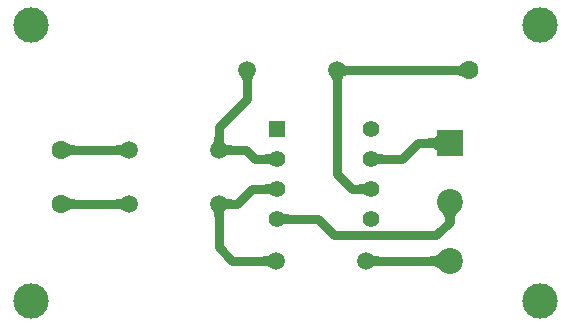
<source format=gbl>
%FSDAX24Y24*%
%MOIN*%
%SFA1B1*%

%IPPOS*%
%ADD10C,0.118110*%
%ADD11R,0.055120X0.055120*%
%ADD12C,0.055120*%
%ADD13C,0.059060*%
%ADD14R,0.086610X0.086610*%
%ADD15C,0.086610*%
%ADD16C,0.062990*%
%ADD17C,0.030000*%
%LNpcb_acople-1*%
%LPD*%
G36*
X011823Y009295D02*
X011837Y009286D01*
X011854Y009277*
X011872Y009270*
X011893Y009264*
X011917Y009259*
X011942Y009255*
X011969Y009252*
X012031Y009250*
Y008950*
X011999Y008949*
X011942Y008944*
X011917Y008940*
X011893Y008935*
X011872Y008929*
X011854Y008922*
X011837Y008913*
X011823Y008904*
X011810Y008893*
Y009306*
X011823Y009295*
G37*
G36*
X015775Y008879D02*
X015760Y008892D01*
X015743Y008904*
X015724Y008915*
X015703Y008924*
X015680Y008932*
X015655Y008938*
X015628Y008943*
X015598Y008947*
X015567Y008949*
X015534Y008950*
Y009250*
X015567Y009250*
X015628Y009256*
X015655Y009261*
X015680Y009267*
X015703Y009275*
X015724Y009284*
X015743Y009295*
X015760Y009307*
X015775Y009320*
Y008879*
G37*
G36*
X011795Y008876D02*
X011786Y008862D01*
X011777Y008845*
X011770Y008827*
X011764Y008806*
X011759Y008783*
X011755Y008757*
X011752Y008730*
X011750Y008668*
X011450*
X011449Y008700*
X011444Y008757*
X011440Y008783*
X011435Y008806*
X011429Y008827*
X011422Y008845*
X011413Y008862*
X011404Y008876*
X011393Y008889*
X011806*
X011795Y008876*
G37*
G36*
X008795D02*
X008786Y008862D01*
X008777Y008845*
X008770Y008827*
X008764Y008806*
X008759Y008783*
X008755Y008757*
X008752Y008730*
X008750Y008668*
X008450*
X008449Y008700*
X008444Y008757*
X008440Y008783*
X008435Y008806*
X008429Y008827*
X008422Y008845*
X008413Y008862*
X008404Y008876*
X008393Y008889*
X008806*
X008795Y008876*
G37*
G36*
X007800Y006849D02*
X007805Y006792D01*
X007809Y006767*
X007814Y006743*
X007820Y006722*
X007827Y006704*
X007836Y006687*
X007845Y006673*
X007856Y006660*
X007443*
X007454Y006673*
X007463Y006687*
X007472Y006704*
X007479Y006722*
X007485Y006743*
X007490Y006767*
X007494Y006792*
X007497Y006819*
X007500Y006881*
X007800*
X007800Y006849*
G37*
G36*
X014919Y006387D02*
X014916Y006415D01*
X014907Y006441*
X014892Y006463*
X014871Y006483*
X014844Y006499*
X014810Y006513*
X014771Y006523*
X014726Y006531*
X014675Y006535*
X014618Y006537*
Y006837*
X014675Y006838*
X014726Y006843*
X014771Y006850*
X014810Y006861*
X014844Y006874*
X014871Y006891*
X014892Y006910*
X014907Y006933*
X014916Y006958*
X014919Y006987*
Y006387*
G37*
G36*
X007873Y006645D02*
X007887Y006636D01*
X007904Y006627*
X007922Y006620*
X007943Y006614*
X007967Y006609*
X007992Y006605*
X008019Y006602*
X008081Y006600*
Y006300*
X008049Y006299*
X007992Y006294*
X007967Y006290*
X007943Y006285*
X007922Y006279*
X007904Y006272*
X007887Y006263*
X007873Y006254*
X007860Y006243*
Y006656*
X007873Y006645*
G37*
G36*
X004439Y006243D02*
X004426Y006254D01*
X004412Y006263*
X004395Y006272*
X004377Y006279*
X004356Y006285*
X004333Y006290*
X004307Y006294*
X004280Y006297*
X004218Y006300*
Y006600*
X004250Y006600*
X004307Y006605*
X004333Y006609*
X004356Y006614*
X004377Y006620*
X004395Y006627*
X004412Y006636*
X004426Y006645*
X004439Y006656*
Y006243*
G37*
G36*
X002639Y006657D02*
X002656Y006645D01*
X002675Y006634*
X002696Y006625*
X002719Y006617*
X002744Y006611*
X002772Y006606*
X002801Y006602*
X002832Y006600*
X002865Y006600*
Y006300*
X002832Y006299*
X002772Y006293*
X002744Y006288*
X002719Y006282*
X002696Y006274*
X002675Y006265*
X002656Y006254*
X002639Y006242*
X002624Y006229*
Y006670*
X002639Y006657*
G37*
G36*
X012919Y006334D02*
X012931Y006327D01*
X012945Y006321*
X012962Y006315*
X012980Y006310*
X013001Y006306*
X013025Y006303*
X013079Y006300*
X013109Y006300*
Y006000*
X013079Y005999*
X013001Y005993*
X012980Y005989*
X012962Y005984*
X012945Y005979*
X012931Y005972*
X012919Y005965*
X012909Y005957*
Y006342*
X012919Y006334*
G37*
G36*
X009390Y005957D02*
X009380Y005965D01*
X009368Y005972*
X009354Y005979*
X009338Y005984*
X009319Y005989*
X009298Y005993*
X009274Y005996*
X009220Y005999*
X009190Y006000*
Y006300*
X009220Y006300*
X009298Y006306*
X009319Y006310*
X009338Y006315*
X009354Y006321*
X009368Y006327*
X009380Y006334*
X009390Y006342*
Y005957*
G37*
G36*
X012516Y004957D02*
X012506Y004965D01*
X012494Y004972*
X012480Y004979*
X012464Y004984*
X012445Y004989*
X012424Y004993*
X012400Y004996*
X012346Y004999*
X012316Y005000*
Y005300*
X012346Y005300*
X012424Y005306*
X012445Y005310*
X012464Y005315*
X012480Y005321*
X012494Y005327*
X012506Y005334*
X012516Y005342*
Y004957*
G37*
G36*
X009390D02*
X009380Y004965D01*
X009368Y004972*
X009354Y004979*
X009338Y004984*
X009319Y004989*
X009298Y004993*
X009274Y004996*
X009220Y004999*
X009190Y005000*
Y005300*
X009220Y005300*
X009298Y005306*
X009319Y005310*
X009338Y005315*
X009354Y005321*
X009368Y005327*
X009380Y005334*
X009390Y005342*
Y004957*
G37*
G36*
X007873Y004845D02*
X007887Y004836D01*
X007904Y004827*
X007922Y004820*
X007943Y004814*
X007967Y004809*
X007992Y004805*
X008019Y004802*
X008081Y004800*
Y004500*
X008049Y004499*
X007992Y004494*
X007967Y004490*
X007943Y004485*
X007922Y004479*
X007904Y004472*
X007887Y004463*
X007873Y004454*
X007860Y004443*
Y004856*
X007873Y004845*
G37*
G36*
X004439Y004443D02*
X004426Y004454D01*
X004412Y004463*
X004395Y004472*
X004377Y004479*
X004356Y004485*
X004333Y004490*
X004307Y004494*
X004280Y004497*
X004218Y004500*
Y004800*
X004250Y004800*
X004307Y004805*
X004333Y004809*
X004356Y004814*
X004377Y004820*
X004395Y004827*
X004412Y004836*
X004426Y004845*
X004439Y004856*
Y004443*
G37*
G36*
X002639Y004857D02*
X002656Y004845D01*
X002675Y004834*
X002696Y004825*
X002719Y004817*
X002744Y004811*
X002772Y004806*
X002801Y004802*
X002832Y004800*
X002865Y004800*
Y004500*
X002832Y004499*
X002772Y004493*
X002744Y004488*
X002719Y004482*
X002696Y004474*
X002675Y004465*
X002656Y004454*
X002639Y004442*
X002624Y004429*
Y004870*
X002639Y004857*
G37*
G36*
X007845Y004426D02*
X007836Y004412D01*
X007827Y004395*
X007820Y004377*
X007814Y004356*
X007809Y004333*
X007805Y004307*
X007802Y004280*
X007800Y004218*
X007500*
X007499Y004250*
X007494Y004307*
X007490Y004333*
X007485Y004356*
X007479Y004377*
X007472Y004395*
X007463Y004412*
X007454Y004426*
X007443Y004439*
X007856*
X007845Y004426*
G37*
G36*
X015601Y004362D02*
X015579Y004337D01*
X015561Y004310*
X015544Y004281*
X015531Y004249*
X015520Y004215*
X015511Y004178*
X015505Y004138*
X015501Y004096*
X015500Y004052*
X015200*
X015198Y004096*
X015195Y004138*
X015188Y004178*
X015180Y004215*
X015168Y004249*
X015155Y004281*
X015138Y004310*
X015120Y004337*
X015099Y004362*
X015075Y004383*
X015624*
X015601Y004362*
G37*
G36*
X009793Y004334D02*
X009805Y004327D01*
X009819Y004321*
X009836Y004315*
X009854Y004310*
X009875Y004306*
X009899Y004303*
X009953Y004300*
X009983Y004300*
Y004000*
X009953Y003999*
X009875Y003993*
X009854Y003989*
X009836Y003984*
X009819Y003979*
X009805Y003972*
X009793Y003965*
X009783Y003957*
Y004342*
X009793Y004334*
G37*
G36*
X012773Y002945D02*
X012787Y002936D01*
X012804Y002927*
X012822Y002920*
X012843Y002914*
X012867Y002909*
X012892Y002905*
X012919Y002902*
X012981Y002900*
Y002600*
X012949Y002599*
X012892Y002594*
X012867Y002590*
X012843Y002585*
X012822Y002579*
X012804Y002572*
X012787Y002563*
X012773Y002554*
X012760Y002543*
Y002956*
X012773Y002945*
G37*
G36*
X009339Y002543D02*
X009326Y002554D01*
X009312Y002563*
X009295Y002572*
X009277Y002579*
X009256Y002585*
X009233Y002590*
X009207Y002594*
X009180Y002597*
X009118Y002600*
Y002900*
X009150Y002900*
X009207Y002905*
X009233Y002909*
X009256Y002914*
X009277Y002920*
X009295Y002927*
X009312Y002936*
X009326Y002945*
X009339Y002956*
Y002543*
G37*
G36*
X015040Y002446D02*
X015010Y002475D01*
X014978Y002502*
X014945Y002525*
X014911Y002544*
X014876Y002561*
X014840Y002575*
X014802Y002586*
X014764Y002593*
X014724Y002598*
X014683Y002600*
Y002900*
X014724Y002901*
X014764Y002906*
X014802Y002913*
X014840Y002924*
X014876Y002938*
X014911Y002955*
X014945Y002975*
X014978Y002998*
X015010Y003024*
X015040Y003053*
Y002446*
G37*
G54D10*
X018350Y001400D03*
Y010600D03*
X001400Y001400D03*
Y010600D03*
G54D11*
X009587Y007150D03*
G54D12*
X009587Y006150D03*
Y005150D03*
Y004150D03*
X012713D03*
Y005150D03*
Y006150D03*
Y007150D03*
G54D13*
X012550Y002750D03*
X009550D03*
X011600Y009100D03*
X008600D03*
X007650Y004650D03*
X004650D03*
X007650Y006450D03*
X004650D03*
G54D14*
X015350Y006687D03*
G54D15*
X015350Y004718D03*
Y002750D03*
G54D16*
X016000Y009100D03*
X002400Y004650D03*
Y006450D03*
G54D17*
X007650Y004650D02*
X008250D01*
X008850Y006150D02*
X009587D01*
X008550Y006450D02*
X008850Y006150D01*
X007650Y006450D02*
X008550D01*
X012100Y005150D02*
X012713D01*
X011600Y005650D02*
Y009100D01*
Y005650D02*
X012100Y005150D01*
X011500Y003600D02*
X014900D01*
X015350Y004050*
Y004718*
X013750Y006150D02*
X014287Y006687D01*
X015350*
X012713Y006150D02*
X013750D01*
X012550Y002750D02*
X015350D01*
X010950Y004150D02*
X011500Y003600D01*
X009587Y004150D02*
X010950D01*
X011600Y009100D02*
X016000D01*
X007650Y003200D02*
Y004650D01*
Y003200D02*
X008100Y002750D01*
X009550*
X002400Y006450D02*
X004650D01*
X002400Y004650D02*
X004650D01*
X007650Y006450D02*
Y007200D01*
X008600Y008150D02*
Y009100D01*
X007650Y007200D02*
X008600Y008150D01*
X008750Y005150D02*
X009587D01*
X008250Y004650D02*
X008750Y005150D01*
M02*
</source>
